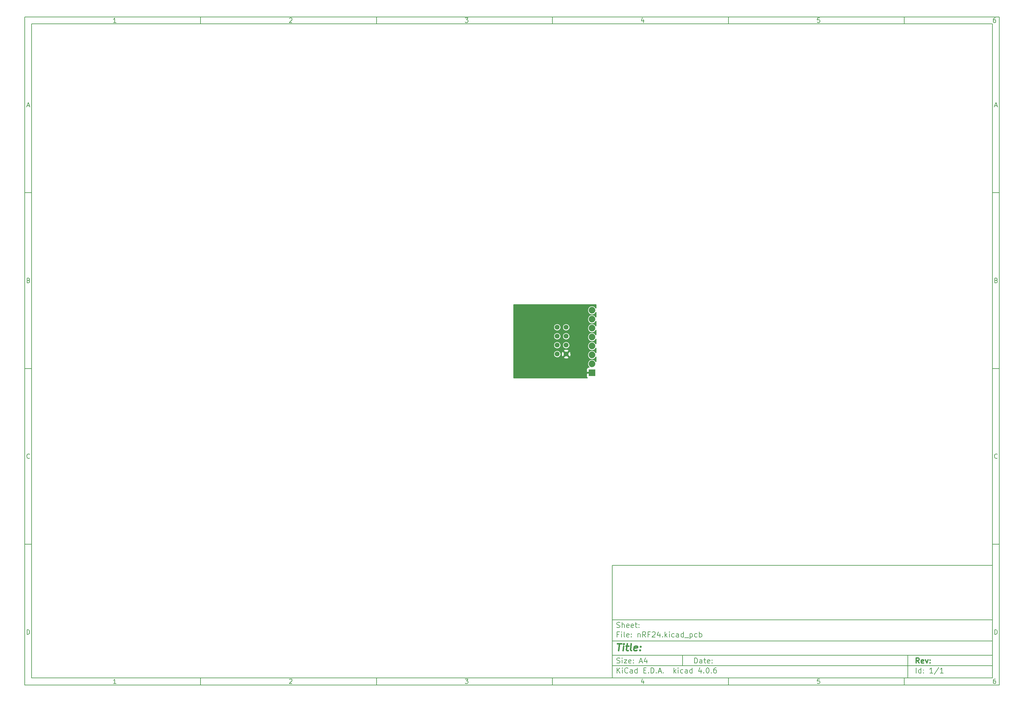
<source format=gbl>
G04 #@! TF.FileFunction,Copper,L2,Bot,Signal*
%FSLAX46Y46*%
G04 Gerber Fmt 4.6, Leading zero omitted, Abs format (unit mm)*
G04 Created by KiCad (PCBNEW 4.0.6) date 06/21/17 09:44:36*
%MOMM*%
%LPD*%
G01*
G04 APERTURE LIST*
%ADD10C,0.100000*%
%ADD11C,0.150000*%
%ADD12C,0.300000*%
%ADD13C,0.400000*%
%ADD14R,1.879600X1.879600*%
%ADD15C,1.879600*%
%ADD16C,1.408000*%
%ADD17C,0.254000*%
G04 APERTURE END LIST*
D10*
D11*
X177002200Y-166007200D02*
X177002200Y-198007200D01*
X285002200Y-198007200D01*
X285002200Y-166007200D01*
X177002200Y-166007200D01*
D10*
D11*
X10000000Y-10000000D02*
X10000000Y-200007200D01*
X287002200Y-200007200D01*
X287002200Y-10000000D01*
X10000000Y-10000000D01*
D10*
D11*
X12000000Y-12000000D02*
X12000000Y-198007200D01*
X285002200Y-198007200D01*
X285002200Y-12000000D01*
X12000000Y-12000000D01*
D10*
D11*
X60000000Y-12000000D02*
X60000000Y-10000000D01*
D10*
D11*
X110000000Y-12000000D02*
X110000000Y-10000000D01*
D10*
D11*
X160000000Y-12000000D02*
X160000000Y-10000000D01*
D10*
D11*
X210000000Y-12000000D02*
X210000000Y-10000000D01*
D10*
D11*
X260000000Y-12000000D02*
X260000000Y-10000000D01*
D10*
D11*
X35990476Y-11588095D02*
X35247619Y-11588095D01*
X35619048Y-11588095D02*
X35619048Y-10288095D01*
X35495238Y-10473810D01*
X35371429Y-10597619D01*
X35247619Y-10659524D01*
D10*
D11*
X85247619Y-10411905D02*
X85309524Y-10350000D01*
X85433333Y-10288095D01*
X85742857Y-10288095D01*
X85866667Y-10350000D01*
X85928571Y-10411905D01*
X85990476Y-10535714D01*
X85990476Y-10659524D01*
X85928571Y-10845238D01*
X85185714Y-11588095D01*
X85990476Y-11588095D01*
D10*
D11*
X135185714Y-10288095D02*
X135990476Y-10288095D01*
X135557143Y-10783333D01*
X135742857Y-10783333D01*
X135866667Y-10845238D01*
X135928571Y-10907143D01*
X135990476Y-11030952D01*
X135990476Y-11340476D01*
X135928571Y-11464286D01*
X135866667Y-11526190D01*
X135742857Y-11588095D01*
X135371429Y-11588095D01*
X135247619Y-11526190D01*
X135185714Y-11464286D01*
D10*
D11*
X185866667Y-10721429D02*
X185866667Y-11588095D01*
X185557143Y-10226190D02*
X185247619Y-11154762D01*
X186052381Y-11154762D01*
D10*
D11*
X235928571Y-10288095D02*
X235309524Y-10288095D01*
X235247619Y-10907143D01*
X235309524Y-10845238D01*
X235433333Y-10783333D01*
X235742857Y-10783333D01*
X235866667Y-10845238D01*
X235928571Y-10907143D01*
X235990476Y-11030952D01*
X235990476Y-11340476D01*
X235928571Y-11464286D01*
X235866667Y-11526190D01*
X235742857Y-11588095D01*
X235433333Y-11588095D01*
X235309524Y-11526190D01*
X235247619Y-11464286D01*
D10*
D11*
X285866667Y-10288095D02*
X285619048Y-10288095D01*
X285495238Y-10350000D01*
X285433333Y-10411905D01*
X285309524Y-10597619D01*
X285247619Y-10845238D01*
X285247619Y-11340476D01*
X285309524Y-11464286D01*
X285371429Y-11526190D01*
X285495238Y-11588095D01*
X285742857Y-11588095D01*
X285866667Y-11526190D01*
X285928571Y-11464286D01*
X285990476Y-11340476D01*
X285990476Y-11030952D01*
X285928571Y-10907143D01*
X285866667Y-10845238D01*
X285742857Y-10783333D01*
X285495238Y-10783333D01*
X285371429Y-10845238D01*
X285309524Y-10907143D01*
X285247619Y-11030952D01*
D10*
D11*
X60000000Y-198007200D02*
X60000000Y-200007200D01*
D10*
D11*
X110000000Y-198007200D02*
X110000000Y-200007200D01*
D10*
D11*
X160000000Y-198007200D02*
X160000000Y-200007200D01*
D10*
D11*
X210000000Y-198007200D02*
X210000000Y-200007200D01*
D10*
D11*
X260000000Y-198007200D02*
X260000000Y-200007200D01*
D10*
D11*
X35990476Y-199595295D02*
X35247619Y-199595295D01*
X35619048Y-199595295D02*
X35619048Y-198295295D01*
X35495238Y-198481010D01*
X35371429Y-198604819D01*
X35247619Y-198666724D01*
D10*
D11*
X85247619Y-198419105D02*
X85309524Y-198357200D01*
X85433333Y-198295295D01*
X85742857Y-198295295D01*
X85866667Y-198357200D01*
X85928571Y-198419105D01*
X85990476Y-198542914D01*
X85990476Y-198666724D01*
X85928571Y-198852438D01*
X85185714Y-199595295D01*
X85990476Y-199595295D01*
D10*
D11*
X135185714Y-198295295D02*
X135990476Y-198295295D01*
X135557143Y-198790533D01*
X135742857Y-198790533D01*
X135866667Y-198852438D01*
X135928571Y-198914343D01*
X135990476Y-199038152D01*
X135990476Y-199347676D01*
X135928571Y-199471486D01*
X135866667Y-199533390D01*
X135742857Y-199595295D01*
X135371429Y-199595295D01*
X135247619Y-199533390D01*
X135185714Y-199471486D01*
D10*
D11*
X185866667Y-198728629D02*
X185866667Y-199595295D01*
X185557143Y-198233390D02*
X185247619Y-199161962D01*
X186052381Y-199161962D01*
D10*
D11*
X235928571Y-198295295D02*
X235309524Y-198295295D01*
X235247619Y-198914343D01*
X235309524Y-198852438D01*
X235433333Y-198790533D01*
X235742857Y-198790533D01*
X235866667Y-198852438D01*
X235928571Y-198914343D01*
X235990476Y-199038152D01*
X235990476Y-199347676D01*
X235928571Y-199471486D01*
X235866667Y-199533390D01*
X235742857Y-199595295D01*
X235433333Y-199595295D01*
X235309524Y-199533390D01*
X235247619Y-199471486D01*
D10*
D11*
X285866667Y-198295295D02*
X285619048Y-198295295D01*
X285495238Y-198357200D01*
X285433333Y-198419105D01*
X285309524Y-198604819D01*
X285247619Y-198852438D01*
X285247619Y-199347676D01*
X285309524Y-199471486D01*
X285371429Y-199533390D01*
X285495238Y-199595295D01*
X285742857Y-199595295D01*
X285866667Y-199533390D01*
X285928571Y-199471486D01*
X285990476Y-199347676D01*
X285990476Y-199038152D01*
X285928571Y-198914343D01*
X285866667Y-198852438D01*
X285742857Y-198790533D01*
X285495238Y-198790533D01*
X285371429Y-198852438D01*
X285309524Y-198914343D01*
X285247619Y-199038152D01*
D10*
D11*
X10000000Y-60000000D02*
X12000000Y-60000000D01*
D10*
D11*
X10000000Y-110000000D02*
X12000000Y-110000000D01*
D10*
D11*
X10000000Y-160000000D02*
X12000000Y-160000000D01*
D10*
D11*
X10690476Y-35216667D02*
X11309524Y-35216667D01*
X10566667Y-35588095D02*
X11000000Y-34288095D01*
X11433333Y-35588095D01*
D10*
D11*
X11092857Y-84907143D02*
X11278571Y-84969048D01*
X11340476Y-85030952D01*
X11402381Y-85154762D01*
X11402381Y-85340476D01*
X11340476Y-85464286D01*
X11278571Y-85526190D01*
X11154762Y-85588095D01*
X10659524Y-85588095D01*
X10659524Y-84288095D01*
X11092857Y-84288095D01*
X11216667Y-84350000D01*
X11278571Y-84411905D01*
X11340476Y-84535714D01*
X11340476Y-84659524D01*
X11278571Y-84783333D01*
X11216667Y-84845238D01*
X11092857Y-84907143D01*
X10659524Y-84907143D01*
D10*
D11*
X11402381Y-135464286D02*
X11340476Y-135526190D01*
X11154762Y-135588095D01*
X11030952Y-135588095D01*
X10845238Y-135526190D01*
X10721429Y-135402381D01*
X10659524Y-135278571D01*
X10597619Y-135030952D01*
X10597619Y-134845238D01*
X10659524Y-134597619D01*
X10721429Y-134473810D01*
X10845238Y-134350000D01*
X11030952Y-134288095D01*
X11154762Y-134288095D01*
X11340476Y-134350000D01*
X11402381Y-134411905D01*
D10*
D11*
X10659524Y-185588095D02*
X10659524Y-184288095D01*
X10969048Y-184288095D01*
X11154762Y-184350000D01*
X11278571Y-184473810D01*
X11340476Y-184597619D01*
X11402381Y-184845238D01*
X11402381Y-185030952D01*
X11340476Y-185278571D01*
X11278571Y-185402381D01*
X11154762Y-185526190D01*
X10969048Y-185588095D01*
X10659524Y-185588095D01*
D10*
D11*
X287002200Y-60000000D02*
X285002200Y-60000000D01*
D10*
D11*
X287002200Y-110000000D02*
X285002200Y-110000000D01*
D10*
D11*
X287002200Y-160000000D02*
X285002200Y-160000000D01*
D10*
D11*
X285692676Y-35216667D02*
X286311724Y-35216667D01*
X285568867Y-35588095D02*
X286002200Y-34288095D01*
X286435533Y-35588095D01*
D10*
D11*
X286095057Y-84907143D02*
X286280771Y-84969048D01*
X286342676Y-85030952D01*
X286404581Y-85154762D01*
X286404581Y-85340476D01*
X286342676Y-85464286D01*
X286280771Y-85526190D01*
X286156962Y-85588095D01*
X285661724Y-85588095D01*
X285661724Y-84288095D01*
X286095057Y-84288095D01*
X286218867Y-84350000D01*
X286280771Y-84411905D01*
X286342676Y-84535714D01*
X286342676Y-84659524D01*
X286280771Y-84783333D01*
X286218867Y-84845238D01*
X286095057Y-84907143D01*
X285661724Y-84907143D01*
D10*
D11*
X286404581Y-135464286D02*
X286342676Y-135526190D01*
X286156962Y-135588095D01*
X286033152Y-135588095D01*
X285847438Y-135526190D01*
X285723629Y-135402381D01*
X285661724Y-135278571D01*
X285599819Y-135030952D01*
X285599819Y-134845238D01*
X285661724Y-134597619D01*
X285723629Y-134473810D01*
X285847438Y-134350000D01*
X286033152Y-134288095D01*
X286156962Y-134288095D01*
X286342676Y-134350000D01*
X286404581Y-134411905D01*
D10*
D11*
X285661724Y-185588095D02*
X285661724Y-184288095D01*
X285971248Y-184288095D01*
X286156962Y-184350000D01*
X286280771Y-184473810D01*
X286342676Y-184597619D01*
X286404581Y-184845238D01*
X286404581Y-185030952D01*
X286342676Y-185278571D01*
X286280771Y-185402381D01*
X286156962Y-185526190D01*
X285971248Y-185588095D01*
X285661724Y-185588095D01*
D10*
D11*
X200359343Y-193785771D02*
X200359343Y-192285771D01*
X200716486Y-192285771D01*
X200930771Y-192357200D01*
X201073629Y-192500057D01*
X201145057Y-192642914D01*
X201216486Y-192928629D01*
X201216486Y-193142914D01*
X201145057Y-193428629D01*
X201073629Y-193571486D01*
X200930771Y-193714343D01*
X200716486Y-193785771D01*
X200359343Y-193785771D01*
X202502200Y-193785771D02*
X202502200Y-193000057D01*
X202430771Y-192857200D01*
X202287914Y-192785771D01*
X202002200Y-192785771D01*
X201859343Y-192857200D01*
X202502200Y-193714343D02*
X202359343Y-193785771D01*
X202002200Y-193785771D01*
X201859343Y-193714343D01*
X201787914Y-193571486D01*
X201787914Y-193428629D01*
X201859343Y-193285771D01*
X202002200Y-193214343D01*
X202359343Y-193214343D01*
X202502200Y-193142914D01*
X203002200Y-192785771D02*
X203573629Y-192785771D01*
X203216486Y-192285771D02*
X203216486Y-193571486D01*
X203287914Y-193714343D01*
X203430772Y-193785771D01*
X203573629Y-193785771D01*
X204645057Y-193714343D02*
X204502200Y-193785771D01*
X204216486Y-193785771D01*
X204073629Y-193714343D01*
X204002200Y-193571486D01*
X204002200Y-193000057D01*
X204073629Y-192857200D01*
X204216486Y-192785771D01*
X204502200Y-192785771D01*
X204645057Y-192857200D01*
X204716486Y-193000057D01*
X204716486Y-193142914D01*
X204002200Y-193285771D01*
X205359343Y-193642914D02*
X205430771Y-193714343D01*
X205359343Y-193785771D01*
X205287914Y-193714343D01*
X205359343Y-193642914D01*
X205359343Y-193785771D01*
X205359343Y-192857200D02*
X205430771Y-192928629D01*
X205359343Y-193000057D01*
X205287914Y-192928629D01*
X205359343Y-192857200D01*
X205359343Y-193000057D01*
D10*
D11*
X177002200Y-194507200D02*
X285002200Y-194507200D01*
D10*
D11*
X178359343Y-196585771D02*
X178359343Y-195085771D01*
X179216486Y-196585771D02*
X178573629Y-195728629D01*
X179216486Y-195085771D02*
X178359343Y-195942914D01*
X179859343Y-196585771D02*
X179859343Y-195585771D01*
X179859343Y-195085771D02*
X179787914Y-195157200D01*
X179859343Y-195228629D01*
X179930771Y-195157200D01*
X179859343Y-195085771D01*
X179859343Y-195228629D01*
X181430772Y-196442914D02*
X181359343Y-196514343D01*
X181145057Y-196585771D01*
X181002200Y-196585771D01*
X180787915Y-196514343D01*
X180645057Y-196371486D01*
X180573629Y-196228629D01*
X180502200Y-195942914D01*
X180502200Y-195728629D01*
X180573629Y-195442914D01*
X180645057Y-195300057D01*
X180787915Y-195157200D01*
X181002200Y-195085771D01*
X181145057Y-195085771D01*
X181359343Y-195157200D01*
X181430772Y-195228629D01*
X182716486Y-196585771D02*
X182716486Y-195800057D01*
X182645057Y-195657200D01*
X182502200Y-195585771D01*
X182216486Y-195585771D01*
X182073629Y-195657200D01*
X182716486Y-196514343D02*
X182573629Y-196585771D01*
X182216486Y-196585771D01*
X182073629Y-196514343D01*
X182002200Y-196371486D01*
X182002200Y-196228629D01*
X182073629Y-196085771D01*
X182216486Y-196014343D01*
X182573629Y-196014343D01*
X182716486Y-195942914D01*
X184073629Y-196585771D02*
X184073629Y-195085771D01*
X184073629Y-196514343D02*
X183930772Y-196585771D01*
X183645058Y-196585771D01*
X183502200Y-196514343D01*
X183430772Y-196442914D01*
X183359343Y-196300057D01*
X183359343Y-195871486D01*
X183430772Y-195728629D01*
X183502200Y-195657200D01*
X183645058Y-195585771D01*
X183930772Y-195585771D01*
X184073629Y-195657200D01*
X185930772Y-195800057D02*
X186430772Y-195800057D01*
X186645058Y-196585771D02*
X185930772Y-196585771D01*
X185930772Y-195085771D01*
X186645058Y-195085771D01*
X187287915Y-196442914D02*
X187359343Y-196514343D01*
X187287915Y-196585771D01*
X187216486Y-196514343D01*
X187287915Y-196442914D01*
X187287915Y-196585771D01*
X188002201Y-196585771D02*
X188002201Y-195085771D01*
X188359344Y-195085771D01*
X188573629Y-195157200D01*
X188716487Y-195300057D01*
X188787915Y-195442914D01*
X188859344Y-195728629D01*
X188859344Y-195942914D01*
X188787915Y-196228629D01*
X188716487Y-196371486D01*
X188573629Y-196514343D01*
X188359344Y-196585771D01*
X188002201Y-196585771D01*
X189502201Y-196442914D02*
X189573629Y-196514343D01*
X189502201Y-196585771D01*
X189430772Y-196514343D01*
X189502201Y-196442914D01*
X189502201Y-196585771D01*
X190145058Y-196157200D02*
X190859344Y-196157200D01*
X190002201Y-196585771D02*
X190502201Y-195085771D01*
X191002201Y-196585771D01*
X191502201Y-196442914D02*
X191573629Y-196514343D01*
X191502201Y-196585771D01*
X191430772Y-196514343D01*
X191502201Y-196442914D01*
X191502201Y-196585771D01*
X194502201Y-196585771D02*
X194502201Y-195085771D01*
X194645058Y-196014343D02*
X195073629Y-196585771D01*
X195073629Y-195585771D02*
X194502201Y-196157200D01*
X195716487Y-196585771D02*
X195716487Y-195585771D01*
X195716487Y-195085771D02*
X195645058Y-195157200D01*
X195716487Y-195228629D01*
X195787915Y-195157200D01*
X195716487Y-195085771D01*
X195716487Y-195228629D01*
X197073630Y-196514343D02*
X196930773Y-196585771D01*
X196645059Y-196585771D01*
X196502201Y-196514343D01*
X196430773Y-196442914D01*
X196359344Y-196300057D01*
X196359344Y-195871486D01*
X196430773Y-195728629D01*
X196502201Y-195657200D01*
X196645059Y-195585771D01*
X196930773Y-195585771D01*
X197073630Y-195657200D01*
X198359344Y-196585771D02*
X198359344Y-195800057D01*
X198287915Y-195657200D01*
X198145058Y-195585771D01*
X197859344Y-195585771D01*
X197716487Y-195657200D01*
X198359344Y-196514343D02*
X198216487Y-196585771D01*
X197859344Y-196585771D01*
X197716487Y-196514343D01*
X197645058Y-196371486D01*
X197645058Y-196228629D01*
X197716487Y-196085771D01*
X197859344Y-196014343D01*
X198216487Y-196014343D01*
X198359344Y-195942914D01*
X199716487Y-196585771D02*
X199716487Y-195085771D01*
X199716487Y-196514343D02*
X199573630Y-196585771D01*
X199287916Y-196585771D01*
X199145058Y-196514343D01*
X199073630Y-196442914D01*
X199002201Y-196300057D01*
X199002201Y-195871486D01*
X199073630Y-195728629D01*
X199145058Y-195657200D01*
X199287916Y-195585771D01*
X199573630Y-195585771D01*
X199716487Y-195657200D01*
X202216487Y-195585771D02*
X202216487Y-196585771D01*
X201859344Y-195014343D02*
X201502201Y-196085771D01*
X202430773Y-196085771D01*
X203002201Y-196442914D02*
X203073629Y-196514343D01*
X203002201Y-196585771D01*
X202930772Y-196514343D01*
X203002201Y-196442914D01*
X203002201Y-196585771D01*
X204002201Y-195085771D02*
X204145058Y-195085771D01*
X204287915Y-195157200D01*
X204359344Y-195228629D01*
X204430773Y-195371486D01*
X204502201Y-195657200D01*
X204502201Y-196014343D01*
X204430773Y-196300057D01*
X204359344Y-196442914D01*
X204287915Y-196514343D01*
X204145058Y-196585771D01*
X204002201Y-196585771D01*
X203859344Y-196514343D01*
X203787915Y-196442914D01*
X203716487Y-196300057D01*
X203645058Y-196014343D01*
X203645058Y-195657200D01*
X203716487Y-195371486D01*
X203787915Y-195228629D01*
X203859344Y-195157200D01*
X204002201Y-195085771D01*
X205145058Y-196442914D02*
X205216486Y-196514343D01*
X205145058Y-196585771D01*
X205073629Y-196514343D01*
X205145058Y-196442914D01*
X205145058Y-196585771D01*
X206502201Y-195085771D02*
X206216487Y-195085771D01*
X206073630Y-195157200D01*
X206002201Y-195228629D01*
X205859344Y-195442914D01*
X205787915Y-195728629D01*
X205787915Y-196300057D01*
X205859344Y-196442914D01*
X205930772Y-196514343D01*
X206073630Y-196585771D01*
X206359344Y-196585771D01*
X206502201Y-196514343D01*
X206573630Y-196442914D01*
X206645058Y-196300057D01*
X206645058Y-195942914D01*
X206573630Y-195800057D01*
X206502201Y-195728629D01*
X206359344Y-195657200D01*
X206073630Y-195657200D01*
X205930772Y-195728629D01*
X205859344Y-195800057D01*
X205787915Y-195942914D01*
D10*
D11*
X177002200Y-191507200D02*
X285002200Y-191507200D01*
D10*
D12*
X264216486Y-193785771D02*
X263716486Y-193071486D01*
X263359343Y-193785771D02*
X263359343Y-192285771D01*
X263930771Y-192285771D01*
X264073629Y-192357200D01*
X264145057Y-192428629D01*
X264216486Y-192571486D01*
X264216486Y-192785771D01*
X264145057Y-192928629D01*
X264073629Y-193000057D01*
X263930771Y-193071486D01*
X263359343Y-193071486D01*
X265430771Y-193714343D02*
X265287914Y-193785771D01*
X265002200Y-193785771D01*
X264859343Y-193714343D01*
X264787914Y-193571486D01*
X264787914Y-193000057D01*
X264859343Y-192857200D01*
X265002200Y-192785771D01*
X265287914Y-192785771D01*
X265430771Y-192857200D01*
X265502200Y-193000057D01*
X265502200Y-193142914D01*
X264787914Y-193285771D01*
X266002200Y-192785771D02*
X266359343Y-193785771D01*
X266716485Y-192785771D01*
X267287914Y-193642914D02*
X267359342Y-193714343D01*
X267287914Y-193785771D01*
X267216485Y-193714343D01*
X267287914Y-193642914D01*
X267287914Y-193785771D01*
X267287914Y-192857200D02*
X267359342Y-192928629D01*
X267287914Y-193000057D01*
X267216485Y-192928629D01*
X267287914Y-192857200D01*
X267287914Y-193000057D01*
D10*
D11*
X178287914Y-193714343D02*
X178502200Y-193785771D01*
X178859343Y-193785771D01*
X179002200Y-193714343D01*
X179073629Y-193642914D01*
X179145057Y-193500057D01*
X179145057Y-193357200D01*
X179073629Y-193214343D01*
X179002200Y-193142914D01*
X178859343Y-193071486D01*
X178573629Y-193000057D01*
X178430771Y-192928629D01*
X178359343Y-192857200D01*
X178287914Y-192714343D01*
X178287914Y-192571486D01*
X178359343Y-192428629D01*
X178430771Y-192357200D01*
X178573629Y-192285771D01*
X178930771Y-192285771D01*
X179145057Y-192357200D01*
X179787914Y-193785771D02*
X179787914Y-192785771D01*
X179787914Y-192285771D02*
X179716485Y-192357200D01*
X179787914Y-192428629D01*
X179859342Y-192357200D01*
X179787914Y-192285771D01*
X179787914Y-192428629D01*
X180359343Y-192785771D02*
X181145057Y-192785771D01*
X180359343Y-193785771D01*
X181145057Y-193785771D01*
X182287914Y-193714343D02*
X182145057Y-193785771D01*
X181859343Y-193785771D01*
X181716486Y-193714343D01*
X181645057Y-193571486D01*
X181645057Y-193000057D01*
X181716486Y-192857200D01*
X181859343Y-192785771D01*
X182145057Y-192785771D01*
X182287914Y-192857200D01*
X182359343Y-193000057D01*
X182359343Y-193142914D01*
X181645057Y-193285771D01*
X183002200Y-193642914D02*
X183073628Y-193714343D01*
X183002200Y-193785771D01*
X182930771Y-193714343D01*
X183002200Y-193642914D01*
X183002200Y-193785771D01*
X183002200Y-192857200D02*
X183073628Y-192928629D01*
X183002200Y-193000057D01*
X182930771Y-192928629D01*
X183002200Y-192857200D01*
X183002200Y-193000057D01*
X184787914Y-193357200D02*
X185502200Y-193357200D01*
X184645057Y-193785771D02*
X185145057Y-192285771D01*
X185645057Y-193785771D01*
X186787914Y-192785771D02*
X186787914Y-193785771D01*
X186430771Y-192214343D02*
X186073628Y-193285771D01*
X187002200Y-193285771D01*
D10*
D11*
X263359343Y-196585771D02*
X263359343Y-195085771D01*
X264716486Y-196585771D02*
X264716486Y-195085771D01*
X264716486Y-196514343D02*
X264573629Y-196585771D01*
X264287915Y-196585771D01*
X264145057Y-196514343D01*
X264073629Y-196442914D01*
X264002200Y-196300057D01*
X264002200Y-195871486D01*
X264073629Y-195728629D01*
X264145057Y-195657200D01*
X264287915Y-195585771D01*
X264573629Y-195585771D01*
X264716486Y-195657200D01*
X265430772Y-196442914D02*
X265502200Y-196514343D01*
X265430772Y-196585771D01*
X265359343Y-196514343D01*
X265430772Y-196442914D01*
X265430772Y-196585771D01*
X265430772Y-195657200D02*
X265502200Y-195728629D01*
X265430772Y-195800057D01*
X265359343Y-195728629D01*
X265430772Y-195657200D01*
X265430772Y-195800057D01*
X268073629Y-196585771D02*
X267216486Y-196585771D01*
X267645058Y-196585771D02*
X267645058Y-195085771D01*
X267502201Y-195300057D01*
X267359343Y-195442914D01*
X267216486Y-195514343D01*
X269787914Y-195014343D02*
X268502200Y-196942914D01*
X271073629Y-196585771D02*
X270216486Y-196585771D01*
X270645058Y-196585771D02*
X270645058Y-195085771D01*
X270502201Y-195300057D01*
X270359343Y-195442914D01*
X270216486Y-195514343D01*
D10*
D11*
X177002200Y-187507200D02*
X285002200Y-187507200D01*
D10*
D13*
X178454581Y-188211962D02*
X179597438Y-188211962D01*
X178776010Y-190211962D02*
X179026010Y-188211962D01*
X180014105Y-190211962D02*
X180180771Y-188878629D01*
X180264105Y-188211962D02*
X180156962Y-188307200D01*
X180240295Y-188402438D01*
X180347439Y-188307200D01*
X180264105Y-188211962D01*
X180240295Y-188402438D01*
X180847438Y-188878629D02*
X181609343Y-188878629D01*
X181216486Y-188211962D02*
X181002200Y-189926248D01*
X181073630Y-190116724D01*
X181252201Y-190211962D01*
X181442677Y-190211962D01*
X182395058Y-190211962D02*
X182216487Y-190116724D01*
X182145057Y-189926248D01*
X182359343Y-188211962D01*
X183930772Y-190116724D02*
X183728391Y-190211962D01*
X183347439Y-190211962D01*
X183168867Y-190116724D01*
X183097438Y-189926248D01*
X183192676Y-189164343D01*
X183311724Y-188973867D01*
X183514105Y-188878629D01*
X183895057Y-188878629D01*
X184073629Y-188973867D01*
X184145057Y-189164343D01*
X184121248Y-189354819D01*
X183145057Y-189545295D01*
X184895057Y-190021486D02*
X184978392Y-190116724D01*
X184871248Y-190211962D01*
X184787915Y-190116724D01*
X184895057Y-190021486D01*
X184871248Y-190211962D01*
X185026010Y-188973867D02*
X185109344Y-189069105D01*
X185002200Y-189164343D01*
X184918867Y-189069105D01*
X185026010Y-188973867D01*
X185002200Y-189164343D01*
D10*
D11*
X178859343Y-185600057D02*
X178359343Y-185600057D01*
X178359343Y-186385771D02*
X178359343Y-184885771D01*
X179073629Y-184885771D01*
X179645057Y-186385771D02*
X179645057Y-185385771D01*
X179645057Y-184885771D02*
X179573628Y-184957200D01*
X179645057Y-185028629D01*
X179716485Y-184957200D01*
X179645057Y-184885771D01*
X179645057Y-185028629D01*
X180573629Y-186385771D02*
X180430771Y-186314343D01*
X180359343Y-186171486D01*
X180359343Y-184885771D01*
X181716485Y-186314343D02*
X181573628Y-186385771D01*
X181287914Y-186385771D01*
X181145057Y-186314343D01*
X181073628Y-186171486D01*
X181073628Y-185600057D01*
X181145057Y-185457200D01*
X181287914Y-185385771D01*
X181573628Y-185385771D01*
X181716485Y-185457200D01*
X181787914Y-185600057D01*
X181787914Y-185742914D01*
X181073628Y-185885771D01*
X182430771Y-186242914D02*
X182502199Y-186314343D01*
X182430771Y-186385771D01*
X182359342Y-186314343D01*
X182430771Y-186242914D01*
X182430771Y-186385771D01*
X182430771Y-185457200D02*
X182502199Y-185528629D01*
X182430771Y-185600057D01*
X182359342Y-185528629D01*
X182430771Y-185457200D01*
X182430771Y-185600057D01*
X184287914Y-185385771D02*
X184287914Y-186385771D01*
X184287914Y-185528629D02*
X184359342Y-185457200D01*
X184502200Y-185385771D01*
X184716485Y-185385771D01*
X184859342Y-185457200D01*
X184930771Y-185600057D01*
X184930771Y-186385771D01*
X186502200Y-186385771D02*
X186002200Y-185671486D01*
X185645057Y-186385771D02*
X185645057Y-184885771D01*
X186216485Y-184885771D01*
X186359343Y-184957200D01*
X186430771Y-185028629D01*
X186502200Y-185171486D01*
X186502200Y-185385771D01*
X186430771Y-185528629D01*
X186359343Y-185600057D01*
X186216485Y-185671486D01*
X185645057Y-185671486D01*
X187645057Y-185600057D02*
X187145057Y-185600057D01*
X187145057Y-186385771D02*
X187145057Y-184885771D01*
X187859343Y-184885771D01*
X188359342Y-185028629D02*
X188430771Y-184957200D01*
X188573628Y-184885771D01*
X188930771Y-184885771D01*
X189073628Y-184957200D01*
X189145057Y-185028629D01*
X189216485Y-185171486D01*
X189216485Y-185314343D01*
X189145057Y-185528629D01*
X188287914Y-186385771D01*
X189216485Y-186385771D01*
X190502199Y-185385771D02*
X190502199Y-186385771D01*
X190145056Y-184814343D02*
X189787913Y-185885771D01*
X190716485Y-185885771D01*
X191287913Y-186242914D02*
X191359341Y-186314343D01*
X191287913Y-186385771D01*
X191216484Y-186314343D01*
X191287913Y-186242914D01*
X191287913Y-186385771D01*
X192002199Y-186385771D02*
X192002199Y-184885771D01*
X192145056Y-185814343D02*
X192573627Y-186385771D01*
X192573627Y-185385771D02*
X192002199Y-185957200D01*
X193216485Y-186385771D02*
X193216485Y-185385771D01*
X193216485Y-184885771D02*
X193145056Y-184957200D01*
X193216485Y-185028629D01*
X193287913Y-184957200D01*
X193216485Y-184885771D01*
X193216485Y-185028629D01*
X194573628Y-186314343D02*
X194430771Y-186385771D01*
X194145057Y-186385771D01*
X194002199Y-186314343D01*
X193930771Y-186242914D01*
X193859342Y-186100057D01*
X193859342Y-185671486D01*
X193930771Y-185528629D01*
X194002199Y-185457200D01*
X194145057Y-185385771D01*
X194430771Y-185385771D01*
X194573628Y-185457200D01*
X195859342Y-186385771D02*
X195859342Y-185600057D01*
X195787913Y-185457200D01*
X195645056Y-185385771D01*
X195359342Y-185385771D01*
X195216485Y-185457200D01*
X195859342Y-186314343D02*
X195716485Y-186385771D01*
X195359342Y-186385771D01*
X195216485Y-186314343D01*
X195145056Y-186171486D01*
X195145056Y-186028629D01*
X195216485Y-185885771D01*
X195359342Y-185814343D01*
X195716485Y-185814343D01*
X195859342Y-185742914D01*
X197216485Y-186385771D02*
X197216485Y-184885771D01*
X197216485Y-186314343D02*
X197073628Y-186385771D01*
X196787914Y-186385771D01*
X196645056Y-186314343D01*
X196573628Y-186242914D01*
X196502199Y-186100057D01*
X196502199Y-185671486D01*
X196573628Y-185528629D01*
X196645056Y-185457200D01*
X196787914Y-185385771D01*
X197073628Y-185385771D01*
X197216485Y-185457200D01*
X197573628Y-186528629D02*
X198716485Y-186528629D01*
X199073628Y-185385771D02*
X199073628Y-186885771D01*
X199073628Y-185457200D02*
X199216485Y-185385771D01*
X199502199Y-185385771D01*
X199645056Y-185457200D01*
X199716485Y-185528629D01*
X199787914Y-185671486D01*
X199787914Y-186100057D01*
X199716485Y-186242914D01*
X199645056Y-186314343D01*
X199502199Y-186385771D01*
X199216485Y-186385771D01*
X199073628Y-186314343D01*
X201073628Y-186314343D02*
X200930771Y-186385771D01*
X200645057Y-186385771D01*
X200502199Y-186314343D01*
X200430771Y-186242914D01*
X200359342Y-186100057D01*
X200359342Y-185671486D01*
X200430771Y-185528629D01*
X200502199Y-185457200D01*
X200645057Y-185385771D01*
X200930771Y-185385771D01*
X201073628Y-185457200D01*
X201716485Y-186385771D02*
X201716485Y-184885771D01*
X201716485Y-185457200D02*
X201859342Y-185385771D01*
X202145056Y-185385771D01*
X202287913Y-185457200D01*
X202359342Y-185528629D01*
X202430771Y-185671486D01*
X202430771Y-186100057D01*
X202359342Y-186242914D01*
X202287913Y-186314343D01*
X202145056Y-186385771D01*
X201859342Y-186385771D01*
X201716485Y-186314343D01*
D10*
D11*
X177002200Y-181507200D02*
X285002200Y-181507200D01*
D10*
D11*
X178287914Y-183614343D02*
X178502200Y-183685771D01*
X178859343Y-183685771D01*
X179002200Y-183614343D01*
X179073629Y-183542914D01*
X179145057Y-183400057D01*
X179145057Y-183257200D01*
X179073629Y-183114343D01*
X179002200Y-183042914D01*
X178859343Y-182971486D01*
X178573629Y-182900057D01*
X178430771Y-182828629D01*
X178359343Y-182757200D01*
X178287914Y-182614343D01*
X178287914Y-182471486D01*
X178359343Y-182328629D01*
X178430771Y-182257200D01*
X178573629Y-182185771D01*
X178930771Y-182185771D01*
X179145057Y-182257200D01*
X179787914Y-183685771D02*
X179787914Y-182185771D01*
X180430771Y-183685771D02*
X180430771Y-182900057D01*
X180359342Y-182757200D01*
X180216485Y-182685771D01*
X180002200Y-182685771D01*
X179859342Y-182757200D01*
X179787914Y-182828629D01*
X181716485Y-183614343D02*
X181573628Y-183685771D01*
X181287914Y-183685771D01*
X181145057Y-183614343D01*
X181073628Y-183471486D01*
X181073628Y-182900057D01*
X181145057Y-182757200D01*
X181287914Y-182685771D01*
X181573628Y-182685771D01*
X181716485Y-182757200D01*
X181787914Y-182900057D01*
X181787914Y-183042914D01*
X181073628Y-183185771D01*
X183002199Y-183614343D02*
X182859342Y-183685771D01*
X182573628Y-183685771D01*
X182430771Y-183614343D01*
X182359342Y-183471486D01*
X182359342Y-182900057D01*
X182430771Y-182757200D01*
X182573628Y-182685771D01*
X182859342Y-182685771D01*
X183002199Y-182757200D01*
X183073628Y-182900057D01*
X183073628Y-183042914D01*
X182359342Y-183185771D01*
X183502199Y-182685771D02*
X184073628Y-182685771D01*
X183716485Y-182185771D02*
X183716485Y-183471486D01*
X183787913Y-183614343D01*
X183930771Y-183685771D01*
X184073628Y-183685771D01*
X184573628Y-183542914D02*
X184645056Y-183614343D01*
X184573628Y-183685771D01*
X184502199Y-183614343D01*
X184573628Y-183542914D01*
X184573628Y-183685771D01*
X184573628Y-182757200D02*
X184645056Y-182828629D01*
X184573628Y-182900057D01*
X184502199Y-182828629D01*
X184573628Y-182757200D01*
X184573628Y-182900057D01*
D10*
D11*
X197002200Y-191507200D02*
X197002200Y-194507200D01*
D10*
D11*
X261002200Y-191507200D02*
X261002200Y-198007200D01*
D14*
X171210000Y-111195000D03*
D15*
X171210000Y-108655000D03*
X171210000Y-106115000D03*
X171210000Y-103575000D03*
X171210000Y-101035000D03*
X171210000Y-98495000D03*
X171210000Y-95955000D03*
X171210000Y-93415000D03*
D16*
X163840259Y-105870701D03*
X161300259Y-105870701D03*
X163840259Y-103330701D03*
X161300259Y-103330701D03*
X163840259Y-100790701D03*
X161300259Y-100790701D03*
X163840259Y-98250701D03*
X161300259Y-98250701D03*
D17*
G36*
X172318000Y-92779267D02*
X172284567Y-92698353D01*
X171928521Y-92341686D01*
X171463088Y-92148420D01*
X170959123Y-92147981D01*
X170493353Y-92340433D01*
X170136686Y-92696479D01*
X169943420Y-93161912D01*
X169942981Y-93665877D01*
X170135433Y-94131647D01*
X170491479Y-94488314D01*
X170956912Y-94681580D01*
X171460877Y-94682019D01*
X171926647Y-94489567D01*
X172283314Y-94133521D01*
X172318000Y-94049988D01*
X172318000Y-95319267D01*
X172284567Y-95238353D01*
X171928521Y-94881686D01*
X171463088Y-94688420D01*
X170959123Y-94687981D01*
X170493353Y-94880433D01*
X170136686Y-95236479D01*
X169943420Y-95701912D01*
X169942981Y-96205877D01*
X170135433Y-96671647D01*
X170491479Y-97028314D01*
X170956912Y-97221580D01*
X171460877Y-97222019D01*
X171926647Y-97029567D01*
X172283314Y-96673521D01*
X172318000Y-96589988D01*
X172318000Y-97859267D01*
X172284567Y-97778353D01*
X171928521Y-97421686D01*
X171463088Y-97228420D01*
X170959123Y-97227981D01*
X170493353Y-97420433D01*
X170136686Y-97776479D01*
X169943420Y-98241912D01*
X169942981Y-98745877D01*
X170135433Y-99211647D01*
X170491479Y-99568314D01*
X170956912Y-99761580D01*
X171460877Y-99762019D01*
X171926647Y-99569567D01*
X172283314Y-99213521D01*
X172318000Y-99129988D01*
X172318000Y-100399267D01*
X172284567Y-100318353D01*
X171928521Y-99961686D01*
X171463088Y-99768420D01*
X170959123Y-99767981D01*
X170493353Y-99960433D01*
X170136686Y-100316479D01*
X169943420Y-100781912D01*
X169942981Y-101285877D01*
X170135433Y-101751647D01*
X170491479Y-102108314D01*
X170956912Y-102301580D01*
X171460877Y-102302019D01*
X171926647Y-102109567D01*
X172283314Y-101753521D01*
X172318000Y-101669988D01*
X172318000Y-102939267D01*
X172284567Y-102858353D01*
X171928521Y-102501686D01*
X171463088Y-102308420D01*
X170959123Y-102307981D01*
X170493353Y-102500433D01*
X170136686Y-102856479D01*
X169943420Y-103321912D01*
X169942981Y-103825877D01*
X170135433Y-104291647D01*
X170491479Y-104648314D01*
X170956912Y-104841580D01*
X171460877Y-104842019D01*
X171926647Y-104649567D01*
X172283314Y-104293521D01*
X172318000Y-104209988D01*
X172318000Y-105479267D01*
X172284567Y-105398353D01*
X171928521Y-105041686D01*
X171463088Y-104848420D01*
X170959123Y-104847981D01*
X170493353Y-105040433D01*
X170136686Y-105396479D01*
X169943420Y-105861912D01*
X169942981Y-106365877D01*
X170135433Y-106831647D01*
X170491479Y-107188314D01*
X170956912Y-107381580D01*
X171460877Y-107382019D01*
X171926647Y-107189567D01*
X172283314Y-106833521D01*
X172318000Y-106749988D01*
X172318000Y-108019267D01*
X172284567Y-107938353D01*
X171928521Y-107581686D01*
X171463088Y-107388420D01*
X170959123Y-107387981D01*
X170493353Y-107580433D01*
X170136686Y-107936479D01*
X169943420Y-108401912D01*
X169942981Y-108905877D01*
X170135433Y-109371647D01*
X170383553Y-109620200D01*
X170143890Y-109620200D01*
X169910501Y-109716873D01*
X169731873Y-109895502D01*
X169635200Y-110128891D01*
X169635200Y-110909250D01*
X169793950Y-111068000D01*
X171083000Y-111068000D01*
X171083000Y-111048000D01*
X171337000Y-111048000D01*
X171337000Y-111068000D01*
X171357000Y-111068000D01*
X171357000Y-111322000D01*
X171337000Y-111322000D01*
X171337000Y-111342000D01*
X171083000Y-111342000D01*
X171083000Y-111322000D01*
X169793950Y-111322000D01*
X169635200Y-111480750D01*
X169635200Y-112261109D01*
X169731873Y-112494498D01*
X169865374Y-112628000D01*
X148992000Y-112628000D01*
X148992000Y-106074880D01*
X160269081Y-106074880D01*
X160425710Y-106453952D01*
X160715482Y-106744230D01*
X161094281Y-106901521D01*
X161504438Y-106901879D01*
X161729522Y-106808876D01*
X163081689Y-106808876D01*
X163144020Y-107045057D01*
X163646425Y-107222103D01*
X164178338Y-107193411D01*
X164536498Y-107045057D01*
X164598829Y-106808876D01*
X163840259Y-106050306D01*
X163081689Y-106808876D01*
X161729522Y-106808876D01*
X161883510Y-106745250D01*
X162173788Y-106455478D01*
X162331079Y-106076679D01*
X162331427Y-105676867D01*
X162488857Y-105676867D01*
X162517549Y-106208780D01*
X162665903Y-106566940D01*
X162902084Y-106629271D01*
X163660654Y-105870701D01*
X164019864Y-105870701D01*
X164778434Y-106629271D01*
X165014615Y-106566940D01*
X165191661Y-106064535D01*
X165162969Y-105532622D01*
X165014615Y-105174462D01*
X164778434Y-105112131D01*
X164019864Y-105870701D01*
X163660654Y-105870701D01*
X162902084Y-105112131D01*
X162665903Y-105174462D01*
X162488857Y-105676867D01*
X162331427Y-105676867D01*
X162331437Y-105666522D01*
X162174808Y-105287450D01*
X161885036Y-104997172D01*
X161729352Y-104932526D01*
X163081689Y-104932526D01*
X163840259Y-105691096D01*
X164598829Y-104932526D01*
X164536498Y-104696345D01*
X164034093Y-104519299D01*
X163502180Y-104547991D01*
X163144020Y-104696345D01*
X163081689Y-104932526D01*
X161729352Y-104932526D01*
X161506237Y-104839881D01*
X161096080Y-104839523D01*
X160717008Y-104996152D01*
X160426730Y-105285924D01*
X160269439Y-105664723D01*
X160269081Y-106074880D01*
X148992000Y-106074880D01*
X148992000Y-103534880D01*
X160269081Y-103534880D01*
X160425710Y-103913952D01*
X160715482Y-104204230D01*
X161094281Y-104361521D01*
X161504438Y-104361879D01*
X161883510Y-104205250D01*
X162173788Y-103915478D01*
X162331079Y-103536679D01*
X162331080Y-103534880D01*
X162809081Y-103534880D01*
X162965710Y-103913952D01*
X163255482Y-104204230D01*
X163634281Y-104361521D01*
X164044438Y-104361879D01*
X164423510Y-104205250D01*
X164713788Y-103915478D01*
X164871079Y-103536679D01*
X164871437Y-103126522D01*
X164714808Y-102747450D01*
X164425036Y-102457172D01*
X164046237Y-102299881D01*
X163636080Y-102299523D01*
X163257008Y-102456152D01*
X162966730Y-102745924D01*
X162809439Y-103124723D01*
X162809081Y-103534880D01*
X162331080Y-103534880D01*
X162331437Y-103126522D01*
X162174808Y-102747450D01*
X161885036Y-102457172D01*
X161506237Y-102299881D01*
X161096080Y-102299523D01*
X160717008Y-102456152D01*
X160426730Y-102745924D01*
X160269439Y-103124723D01*
X160269081Y-103534880D01*
X148992000Y-103534880D01*
X148992000Y-100994880D01*
X160269081Y-100994880D01*
X160425710Y-101373952D01*
X160715482Y-101664230D01*
X161094281Y-101821521D01*
X161504438Y-101821879D01*
X161883510Y-101665250D01*
X162173788Y-101375478D01*
X162331079Y-100996679D01*
X162331080Y-100994880D01*
X162809081Y-100994880D01*
X162965710Y-101373952D01*
X163255482Y-101664230D01*
X163634281Y-101821521D01*
X164044438Y-101821879D01*
X164423510Y-101665250D01*
X164713788Y-101375478D01*
X164871079Y-100996679D01*
X164871437Y-100586522D01*
X164714808Y-100207450D01*
X164425036Y-99917172D01*
X164046237Y-99759881D01*
X163636080Y-99759523D01*
X163257008Y-99916152D01*
X162966730Y-100205924D01*
X162809439Y-100584723D01*
X162809081Y-100994880D01*
X162331080Y-100994880D01*
X162331437Y-100586522D01*
X162174808Y-100207450D01*
X161885036Y-99917172D01*
X161506237Y-99759881D01*
X161096080Y-99759523D01*
X160717008Y-99916152D01*
X160426730Y-100205924D01*
X160269439Y-100584723D01*
X160269081Y-100994880D01*
X148992000Y-100994880D01*
X148992000Y-98454880D01*
X160269081Y-98454880D01*
X160425710Y-98833952D01*
X160715482Y-99124230D01*
X161094281Y-99281521D01*
X161504438Y-99281879D01*
X161883510Y-99125250D01*
X162173788Y-98835478D01*
X162331079Y-98456679D01*
X162331080Y-98454880D01*
X162809081Y-98454880D01*
X162965710Y-98833952D01*
X163255482Y-99124230D01*
X163634281Y-99281521D01*
X164044438Y-99281879D01*
X164423510Y-99125250D01*
X164713788Y-98835478D01*
X164871079Y-98456679D01*
X164871437Y-98046522D01*
X164714808Y-97667450D01*
X164425036Y-97377172D01*
X164046237Y-97219881D01*
X163636080Y-97219523D01*
X163257008Y-97376152D01*
X162966730Y-97665924D01*
X162809439Y-98044723D01*
X162809081Y-98454880D01*
X162331080Y-98454880D01*
X162331437Y-98046522D01*
X162174808Y-97667450D01*
X161885036Y-97377172D01*
X161506237Y-97219881D01*
X161096080Y-97219523D01*
X160717008Y-97376152D01*
X160426730Y-97665924D01*
X160269439Y-98044723D01*
X160269081Y-98454880D01*
X148992000Y-98454880D01*
X148992000Y-91842000D01*
X172318000Y-91842000D01*
X172318000Y-92779267D01*
X172318000Y-92779267D01*
G37*
X172318000Y-92779267D02*
X172284567Y-92698353D01*
X171928521Y-92341686D01*
X171463088Y-92148420D01*
X170959123Y-92147981D01*
X170493353Y-92340433D01*
X170136686Y-92696479D01*
X169943420Y-93161912D01*
X169942981Y-93665877D01*
X170135433Y-94131647D01*
X170491479Y-94488314D01*
X170956912Y-94681580D01*
X171460877Y-94682019D01*
X171926647Y-94489567D01*
X172283314Y-94133521D01*
X172318000Y-94049988D01*
X172318000Y-95319267D01*
X172284567Y-95238353D01*
X171928521Y-94881686D01*
X171463088Y-94688420D01*
X170959123Y-94687981D01*
X170493353Y-94880433D01*
X170136686Y-95236479D01*
X169943420Y-95701912D01*
X169942981Y-96205877D01*
X170135433Y-96671647D01*
X170491479Y-97028314D01*
X170956912Y-97221580D01*
X171460877Y-97222019D01*
X171926647Y-97029567D01*
X172283314Y-96673521D01*
X172318000Y-96589988D01*
X172318000Y-97859267D01*
X172284567Y-97778353D01*
X171928521Y-97421686D01*
X171463088Y-97228420D01*
X170959123Y-97227981D01*
X170493353Y-97420433D01*
X170136686Y-97776479D01*
X169943420Y-98241912D01*
X169942981Y-98745877D01*
X170135433Y-99211647D01*
X170491479Y-99568314D01*
X170956912Y-99761580D01*
X171460877Y-99762019D01*
X171926647Y-99569567D01*
X172283314Y-99213521D01*
X172318000Y-99129988D01*
X172318000Y-100399267D01*
X172284567Y-100318353D01*
X171928521Y-99961686D01*
X171463088Y-99768420D01*
X170959123Y-99767981D01*
X170493353Y-99960433D01*
X170136686Y-100316479D01*
X169943420Y-100781912D01*
X169942981Y-101285877D01*
X170135433Y-101751647D01*
X170491479Y-102108314D01*
X170956912Y-102301580D01*
X171460877Y-102302019D01*
X171926647Y-102109567D01*
X172283314Y-101753521D01*
X172318000Y-101669988D01*
X172318000Y-102939267D01*
X172284567Y-102858353D01*
X171928521Y-102501686D01*
X171463088Y-102308420D01*
X170959123Y-102307981D01*
X170493353Y-102500433D01*
X170136686Y-102856479D01*
X169943420Y-103321912D01*
X169942981Y-103825877D01*
X170135433Y-104291647D01*
X170491479Y-104648314D01*
X170956912Y-104841580D01*
X171460877Y-104842019D01*
X171926647Y-104649567D01*
X172283314Y-104293521D01*
X172318000Y-104209988D01*
X172318000Y-105479267D01*
X172284567Y-105398353D01*
X171928521Y-105041686D01*
X171463088Y-104848420D01*
X170959123Y-104847981D01*
X170493353Y-105040433D01*
X170136686Y-105396479D01*
X169943420Y-105861912D01*
X169942981Y-106365877D01*
X170135433Y-106831647D01*
X170491479Y-107188314D01*
X170956912Y-107381580D01*
X171460877Y-107382019D01*
X171926647Y-107189567D01*
X172283314Y-106833521D01*
X172318000Y-106749988D01*
X172318000Y-108019267D01*
X172284567Y-107938353D01*
X171928521Y-107581686D01*
X171463088Y-107388420D01*
X170959123Y-107387981D01*
X170493353Y-107580433D01*
X170136686Y-107936479D01*
X169943420Y-108401912D01*
X169942981Y-108905877D01*
X170135433Y-109371647D01*
X170383553Y-109620200D01*
X170143890Y-109620200D01*
X169910501Y-109716873D01*
X169731873Y-109895502D01*
X169635200Y-110128891D01*
X169635200Y-110909250D01*
X169793950Y-111068000D01*
X171083000Y-111068000D01*
X171083000Y-111048000D01*
X171337000Y-111048000D01*
X171337000Y-111068000D01*
X171357000Y-111068000D01*
X171357000Y-111322000D01*
X171337000Y-111322000D01*
X171337000Y-111342000D01*
X171083000Y-111342000D01*
X171083000Y-111322000D01*
X169793950Y-111322000D01*
X169635200Y-111480750D01*
X169635200Y-112261109D01*
X169731873Y-112494498D01*
X169865374Y-112628000D01*
X148992000Y-112628000D01*
X148992000Y-106074880D01*
X160269081Y-106074880D01*
X160425710Y-106453952D01*
X160715482Y-106744230D01*
X161094281Y-106901521D01*
X161504438Y-106901879D01*
X161729522Y-106808876D01*
X163081689Y-106808876D01*
X163144020Y-107045057D01*
X163646425Y-107222103D01*
X164178338Y-107193411D01*
X164536498Y-107045057D01*
X164598829Y-106808876D01*
X163840259Y-106050306D01*
X163081689Y-106808876D01*
X161729522Y-106808876D01*
X161883510Y-106745250D01*
X162173788Y-106455478D01*
X162331079Y-106076679D01*
X162331427Y-105676867D01*
X162488857Y-105676867D01*
X162517549Y-106208780D01*
X162665903Y-106566940D01*
X162902084Y-106629271D01*
X163660654Y-105870701D01*
X164019864Y-105870701D01*
X164778434Y-106629271D01*
X165014615Y-106566940D01*
X165191661Y-106064535D01*
X165162969Y-105532622D01*
X165014615Y-105174462D01*
X164778434Y-105112131D01*
X164019864Y-105870701D01*
X163660654Y-105870701D01*
X162902084Y-105112131D01*
X162665903Y-105174462D01*
X162488857Y-105676867D01*
X162331427Y-105676867D01*
X162331437Y-105666522D01*
X162174808Y-105287450D01*
X161885036Y-104997172D01*
X161729352Y-104932526D01*
X163081689Y-104932526D01*
X163840259Y-105691096D01*
X164598829Y-104932526D01*
X164536498Y-104696345D01*
X164034093Y-104519299D01*
X163502180Y-104547991D01*
X163144020Y-104696345D01*
X163081689Y-104932526D01*
X161729352Y-104932526D01*
X161506237Y-104839881D01*
X161096080Y-104839523D01*
X160717008Y-104996152D01*
X160426730Y-105285924D01*
X160269439Y-105664723D01*
X160269081Y-106074880D01*
X148992000Y-106074880D01*
X148992000Y-103534880D01*
X160269081Y-103534880D01*
X160425710Y-103913952D01*
X160715482Y-104204230D01*
X161094281Y-104361521D01*
X161504438Y-104361879D01*
X161883510Y-104205250D01*
X162173788Y-103915478D01*
X162331079Y-103536679D01*
X162331080Y-103534880D01*
X162809081Y-103534880D01*
X162965710Y-103913952D01*
X163255482Y-104204230D01*
X163634281Y-104361521D01*
X164044438Y-104361879D01*
X164423510Y-104205250D01*
X164713788Y-103915478D01*
X164871079Y-103536679D01*
X164871437Y-103126522D01*
X164714808Y-102747450D01*
X164425036Y-102457172D01*
X164046237Y-102299881D01*
X163636080Y-102299523D01*
X163257008Y-102456152D01*
X162966730Y-102745924D01*
X162809439Y-103124723D01*
X162809081Y-103534880D01*
X162331080Y-103534880D01*
X162331437Y-103126522D01*
X162174808Y-102747450D01*
X161885036Y-102457172D01*
X161506237Y-102299881D01*
X161096080Y-102299523D01*
X160717008Y-102456152D01*
X160426730Y-102745924D01*
X160269439Y-103124723D01*
X160269081Y-103534880D01*
X148992000Y-103534880D01*
X148992000Y-100994880D01*
X160269081Y-100994880D01*
X160425710Y-101373952D01*
X160715482Y-101664230D01*
X161094281Y-101821521D01*
X161504438Y-101821879D01*
X161883510Y-101665250D01*
X162173788Y-101375478D01*
X162331079Y-100996679D01*
X162331080Y-100994880D01*
X162809081Y-100994880D01*
X162965710Y-101373952D01*
X163255482Y-101664230D01*
X163634281Y-101821521D01*
X164044438Y-101821879D01*
X164423510Y-101665250D01*
X164713788Y-101375478D01*
X164871079Y-100996679D01*
X164871437Y-100586522D01*
X164714808Y-100207450D01*
X164425036Y-99917172D01*
X164046237Y-99759881D01*
X163636080Y-99759523D01*
X163257008Y-99916152D01*
X162966730Y-100205924D01*
X162809439Y-100584723D01*
X162809081Y-100994880D01*
X162331080Y-100994880D01*
X162331437Y-100586522D01*
X162174808Y-100207450D01*
X161885036Y-99917172D01*
X161506237Y-99759881D01*
X161096080Y-99759523D01*
X160717008Y-99916152D01*
X160426730Y-100205924D01*
X160269439Y-100584723D01*
X160269081Y-100994880D01*
X148992000Y-100994880D01*
X148992000Y-98454880D01*
X160269081Y-98454880D01*
X160425710Y-98833952D01*
X160715482Y-99124230D01*
X161094281Y-99281521D01*
X161504438Y-99281879D01*
X161883510Y-99125250D01*
X162173788Y-98835478D01*
X162331079Y-98456679D01*
X162331080Y-98454880D01*
X162809081Y-98454880D01*
X162965710Y-98833952D01*
X163255482Y-99124230D01*
X163634281Y-99281521D01*
X164044438Y-99281879D01*
X164423510Y-99125250D01*
X164713788Y-98835478D01*
X164871079Y-98456679D01*
X164871437Y-98046522D01*
X164714808Y-97667450D01*
X164425036Y-97377172D01*
X164046237Y-97219881D01*
X163636080Y-97219523D01*
X163257008Y-97376152D01*
X162966730Y-97665924D01*
X162809439Y-98044723D01*
X162809081Y-98454880D01*
X162331080Y-98454880D01*
X162331437Y-98046522D01*
X162174808Y-97667450D01*
X161885036Y-97377172D01*
X161506237Y-97219881D01*
X161096080Y-97219523D01*
X160717008Y-97376152D01*
X160426730Y-97665924D01*
X160269439Y-98044723D01*
X160269081Y-98454880D01*
X148992000Y-98454880D01*
X148992000Y-91842000D01*
X172318000Y-91842000D01*
X172318000Y-92779267D01*
M02*

</source>
